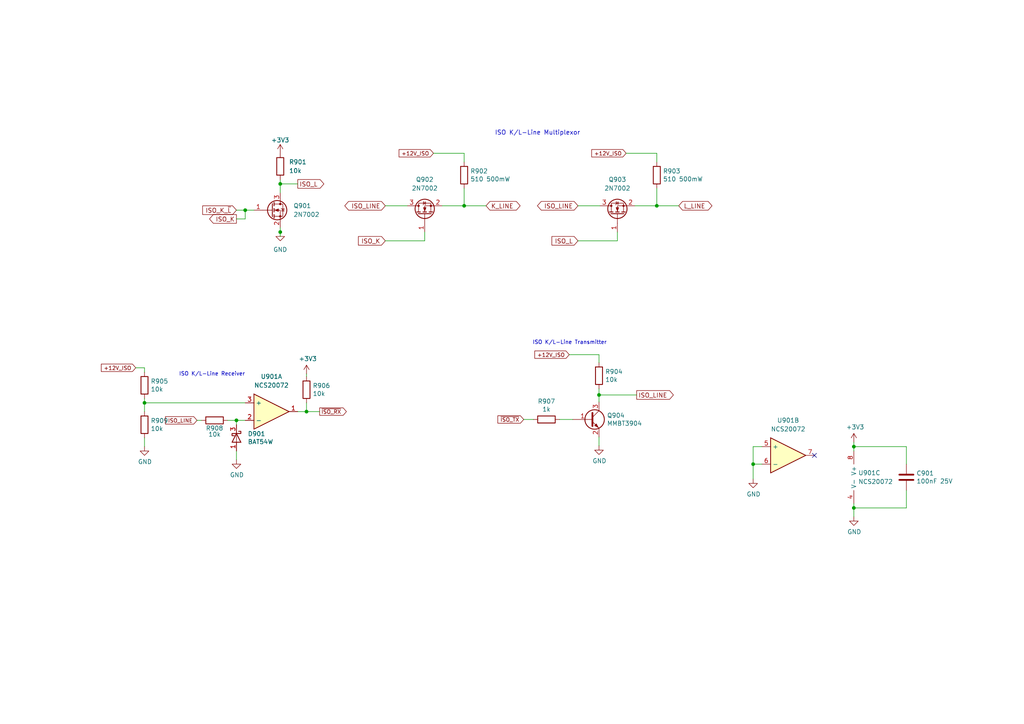
<source format=kicad_sch>
(kicad_sch (version 20211123) (generator eeschema)
  (paper "A4")
  (title_block (title "Vehicle CAN Collector") (date "2022-12-29") (rev "1") (company "Gavin Hurlbut"))
  (lib_symbols
    (symbol "Device:C" (pin_numbers hide) (pin_names (offset 0.254))
      (property "Reference" "C" (at 0.635 2.54 0))
      (property "Value" "C" (at 0.635 -2.54 0))
      (symbol "C_0_1"
        (polyline (pts (xy -2.032 -0.762) (xy 2.032 -0.762)) (stroke (width 0.508)))
        (polyline (pts (xy -2.032 0.762) (xy 2.032 0.762)) (stroke (width 0.508)))
      )
      (symbol "C_1_1"
        (pin passive line (at 0 3.81 270) (length 2.794) (name "~") (number "1"))
        (pin passive line (at 0 -3.81 90) (length 2.794) (name "~") (number "2"))
      )
    )
    (symbol "Device:Opamp_Dual"
      (property "Reference" "U" (at 0 5.08 0))
      (property "Value" "Opamp_Dual" (at 0 -5.08 0))
      (symbol "Opamp_Dual_1_1"
        (polyline (pts (xy -5.08 5.08) (xy 5.08 0) (xy -5.08 -5.08) (xy -5.08 5.08)) (stroke (width 0.254)) (fill (type background)))
        (pin output line (at 7.62 0 180) (length 2.54) (name "~") (number "1"))
        (pin input line (at -7.62 -2.54 0) (length 2.54) (name "-") (number "2"))
        (pin input line (at -7.62 2.54 0) (length 2.54) (name "+") (number "3"))
      )
      (symbol "Opamp_Dual_2_1"
        (polyline (pts (xy -5.08 5.08) (xy 5.08 0) (xy -5.08 -5.08) (xy -5.08 5.08)) (stroke (width 0.254)) (fill (type background)))
        (pin input line (at -7.62 2.54 0) (length 2.54) (name "+") (number "5"))
        (pin input line (at -7.62 -2.54 0) (length 2.54) (name "-") (number "6"))
        (pin output line (at 7.62 0 180) (length 2.54) (name "~") (number "7"))
      )
      (symbol "Opamp_Dual_3_1"
        (pin power_in line (at -2.54 -7.62 90) (length 3.81) (name "V-") (number "4"))
        (pin power_in line (at -2.54 7.62 270) (length 3.81) (name "V+") (number "8"))
      )
    )
    (symbol "Device:R" (pin_numbers hide) (pin_names (offset 0))
      (property "Reference" "R" (at 2.032 0 90))
      (property "Value" "R" (at 0 0 90))
      (symbol "R_0_1"
        (rectangle (start -1.016 -2.54) (end 1.016 2.54) (stroke (width 0.254)))
      )
      (symbol "R_1_1"
        (pin passive line (at 0 3.81 270) (length 1.27) (name "~") (number "1"))
        (pin passive line (at 0 -3.81 90) (length 1.27) (name "~") (number "2"))
      )
    )
    (symbol "Diode:BAT54W" (pin_names (offset 1.016) hide)
      (property "Reference" "D" (at 0 2.54 0))
      (property "Value" "BAT54W" (at 0 -2.54 0))
      (symbol "BAT54W_0_1"
        (polyline (pts (xy 1.27 0) (xy -1.27 0)))
        (polyline (pts (xy 1.27 1.27) (xy 1.27 -1.27) (xy -1.27 0) (xy 1.27 1.27)) (stroke (width 0.254)))
        (polyline (pts (xy -1.905 0.635) (xy -1.905 1.27) (xy -1.27 1.27) (xy -1.27 -1.27) (xy -0.635 -1.27) (xy -0.635 -0.635)) (stroke (width 0.254)))
      )
      (symbol "BAT54W_1_1"
        (pin passive line (at 3.81 0 180) (length 2.54) (name "A") (number "1"))
        (pin no_connect line (at 0 0 90) (length 2.54) hide (name "NC") (number "2"))
        (pin passive line (at -3.81 0 0) (length 2.54) (name "K") (number "3"))
      )
    )
    (symbol "Transistor_BJT:MMBT3904" (pin_names (offset 0) hide)
      (property "Reference" "Q" (at 5.08 1.905 0))
      (property "Value" "MMBT3904" (at 5.08 0 0))
      (symbol "MMBT3904_0_1"
        (polyline (pts (xy 0.635 0.635) (xy 2.54 2.54)))
        (polyline (pts (xy 0.635 -0.635) (xy 2.54 -2.54) (xy 2.54 -2.54)))
        (polyline (pts (xy 0.635 1.905) (xy 0.635 -1.905) (xy 0.635 -1.905)) (stroke (width 0.508)))
        (polyline (pts (xy 1.27 -1.778) (xy 1.778 -1.27) (xy 2.286 -2.286) (xy 1.27 -1.778) (xy 1.27 -1.778)) (fill (type outline)))
        (circle (center 1.27 0) (radius 2.8194) (stroke (width 0.254)))
      )
      (symbol "MMBT3904_1_1"
        (pin input line (at -5.08 0 0) (length 5.715) (name "B") (number "1"))
        (pin passive line (at 2.54 -5.08 90) (length 2.54) (name "E") (number "2"))
        (pin passive line (at 2.54 5.08 270) (length 2.54) (name "C") (number "3"))
      )
    )
    (symbol "Transistor_FET:2N7002" (pin_names hide)
      (property "Reference" "Q" (at 5.08 1.905 0))
      (property "Value" "2N7002" (at 5.08 0 0))
      (symbol "2N7002_0_1"
        (polyline (pts (xy 0.254 0) (xy -2.54 0)))
        (polyline (pts (xy 0.254 1.905) (xy 0.254 -1.905)) (stroke (width 0.254)))
        (polyline (pts (xy 0.762 -1.27) (xy 0.762 -2.286)) (stroke (width 0.254)))
        (polyline (pts (xy 0.762 0.508) (xy 0.762 -0.508)) (stroke (width 0.254)))
        (polyline (pts (xy 0.762 2.286) (xy 0.762 1.27)) (stroke (width 0.254)))
        (polyline (pts (xy 2.54 2.54) (xy 2.54 1.778)))
        (polyline (pts (xy 2.54 -2.54) (xy 2.54 0) (xy 0.762 0)))
        (polyline (pts (xy 0.762 -1.778) (xy 3.302 -1.778) (xy 3.302 1.778) (xy 0.762 1.778)))
        (polyline (pts (xy 1.016 0) (xy 2.032 0.381) (xy 2.032 -0.381) (xy 1.016 0)) (fill (type outline)))
        (polyline (pts (xy 2.794 0.508) (xy 2.921 0.381) (xy 3.683 0.381) (xy 3.81 0.254)))
        (polyline (pts (xy 3.302 0.381) (xy 2.921 -0.254) (xy 3.683 -0.254) (xy 3.302 0.381)))
        (circle (center 1.651 0) (radius 2.794) (stroke (width 0.254)))
        (circle (center 2.54 -1.778) (radius 0.254) (fill (type outline)))
        (circle (center 2.54 1.778) (radius 0.254) (fill (type outline)))
      )
      (symbol "2N7002_1_1"
        (pin input line (at -5.08 0 0) (length 2.54) (name "G") (number "1"))
        (pin passive line (at 2.54 -5.08 90) (length 2.54) (name "S") (number "2"))
        (pin passive line (at 2.54 5.08 270) (length 2.54) (name "D") (number "3"))
      )
    )
    (symbol "power:+3V3" (power) (pin_names (offset 0))
      (property "Value" "+3V3" (at 0 3.556 0))
      (symbol "+3V3_0_1"
        (polyline (pts (xy -0.762 1.27) (xy 0 2.54)))
        (polyline (pts (xy 0 0) (xy 0 2.54)))
        (polyline (pts (xy 0 2.54) (xy 0.762 1.27)))
      )
      (symbol "+3V3_1_1"
        (pin power_in line (at 0 0 90) (length 0) hide (name "+3V3") (number "1"))
      )
    )
    (symbol "power:GND" (power) (pin_names (offset 0))
      (property "Value" "GND" (at 0 -3.81 0))
      (symbol "GND_0_1"
        (polyline (pts (xy 0 0) (xy 0 -1.27) (xy 1.27 -1.27) (xy 0 -2.54) (xy -1.27 -1.27) (xy 0 -1.27)))
      )
      (symbol "GND_1_1"
        (pin power_in line (at 0 0 270) (length 0) hide (name "GND") (number "1"))
      )
    )
  )
  (junction (at 247.65 147.32))
  (junction (at 68.58 121.92))
  (junction (at 134.62 59.69))
  (junction (at 41.91 116.84))
  (junction (at 218.44 134.62))
  (junction (at 247.65 129.54))
  (junction (at 88.9 119.38))
  (junction (at 71.12 60.96))
  (junction (at 81.28 53.34))
  (junction (at 81.28 67.31))
  (junction (at 190.5 59.69))
  (junction (at 173.736 114.554))
  (no_connect (at 236.22 132.08))
  (wire (pts (xy 68.58 130.81) (xy 68.58 133.35)))
  (wire (pts (xy 162.306 121.666) (xy 166.116 121.666)))
  (wire (pts (xy 86.36 119.38) (xy 88.9 119.38)))
  (wire (pts (xy 125.73 44.45) (xy 134.62 44.45)))
  (wire (pts (xy 247.65 129.54) (xy 247.65 130.81)))
  (wire (pts (xy 81.28 53.34) (xy 86.36 53.34)))
  (wire (pts (xy 81.28 52.07) (xy 81.28 53.34)))
  (wire (pts (xy 247.65 147.32) (xy 247.65 149.86)))
  (wire (pts (xy 247.65 146.05) (xy 247.65 147.32)))
  (wire (pts (xy 173.736 129.286) (xy 173.736 126.746)))
  (wire (pts (xy 262.89 147.32) (xy 247.65 147.32)))
  (wire (pts (xy 184.658 114.554) (xy 173.736 114.554)))
  (wire (pts (xy 88.9 109.22) (xy 88.9 108.458)))
  (wire (pts (xy 41.91 116.84) (xy 41.91 119.38)))
  (wire (pts (xy 81.28 53.34) (xy 81.28 55.88)))
  (wire (pts (xy 68.58 121.92) (xy 71.12 121.92)))
  (wire (pts (xy 247.65 128.27) (xy 247.65 129.54)))
  (wire (pts (xy 111.76 59.69) (xy 118.11 59.69)))
  (wire (pts (xy 81.28 67.31) (xy 81.28 68.58)))
  (wire (pts (xy 134.62 44.45) (xy 134.62 46.99)))
  (wire (pts (xy 165.1 102.87) (xy 173.736 102.87)))
  (wire (pts (xy 134.62 54.61) (xy 134.62 59.69)))
  (wire (pts (xy 41.91 116.84) (xy 71.12 116.84)))
  (wire (pts (xy 41.91 107.95) (xy 41.91 106.68)))
  (wire (pts (xy 71.12 60.96) (xy 73.66 60.96)))
  (wire (pts (xy 68.58 63.5) (xy 71.12 63.5)))
  (wire (pts (xy 190.5 44.45) (xy 190.5 46.99)))
  (wire (pts (xy 71.12 63.5) (xy 71.12 60.96)))
  (wire (pts (xy 128.27 59.69) (xy 134.62 59.69)))
  (wire (pts (xy 247.65 129.54) (xy 262.89 129.54)))
  (wire (pts (xy 88.9 116.84) (xy 88.9 119.38)))
  (wire (pts (xy 218.44 134.62) (xy 220.98 134.62)))
  (wire (pts (xy 184.15 59.69) (xy 190.5 59.69)))
  (wire (pts (xy 88.9 119.38) (xy 92.71 119.38)))
  (wire (pts (xy 190.5 54.61) (xy 190.5 59.69)))
  (wire (pts (xy 68.58 60.96) (xy 71.12 60.96)))
  (wire (pts (xy 190.5 59.69) (xy 196.85 59.69)))
  (wire (pts (xy 218.44 129.54) (xy 220.98 129.54)))
  (wire (pts (xy 41.91 115.57) (xy 41.91 116.84)))
  (wire (pts (xy 179.07 69.85) (xy 179.07 67.31)))
  (wire (pts (xy 167.64 69.85) (xy 179.07 69.85)))
  (wire (pts (xy 41.91 106.68) (xy 39.37 106.68)))
  (wire (pts (xy 41.91 127) (xy 41.91 129.54)))
  (wire (pts (xy 262.89 142.24) (xy 262.89 147.32)))
  (wire (pts (xy 173.736 102.87) (xy 173.736 105.156)))
  (wire (pts (xy 134.62 59.69) (xy 140.97 59.69)))
  (wire (pts (xy 68.58 121.92) (xy 68.58 123.19)))
  (wire (pts (xy 66.04 121.92) (xy 68.58 121.92)))
  (wire (pts (xy 167.64 59.69) (xy 173.99 59.69)))
  (wire (pts (xy 111.76 69.85) (xy 123.19 69.85)))
  (wire (pts (xy 173.736 112.776) (xy 173.736 114.554)))
  (wire (pts (xy 173.736 114.554) (xy 173.736 116.586)))
  (wire (pts (xy 151.892 121.666) (xy 154.686 121.666)))
  (wire (pts (xy 181.61 44.45) (xy 190.5 44.45)))
  (wire (pts (xy 57.15 121.92) (xy 58.42 121.92)))
  (wire (pts (xy 262.89 134.62) (xy 262.89 129.54)))
  (wire (pts (xy 218.44 134.62) (xy 218.44 129.54)))
  (wire (pts (xy 218.44 138.938) (xy 218.44 134.62)))
  (wire (pts (xy 123.19 69.85) (xy 123.19 67.31)))
  (wire (pts (xy 81.28 66.04) (xy 81.28 67.31)))
  (text "ISO K/L-Line Transmitter" (at 176.022 100.076 180) (effects (font (size 1.0922 1.0922)) (justify right bottom)))
  (text "ISO K/L-Line Receiver" (at 71.12 109.22 180) (effects (font (size 1.0922 1.0922)) (justify right bottom)))
  (text "ISO K/L-Line Multiplexor" (at 143.51 39.37 0) (effects (font (size 1.27 1.27)) (justify left bottom)))
  (global_label "ISO_LINE" (shape bidirectional) (at 167.64 59.69 180) (property "Intersheet References" "${INTERSHEET_REFS}" (effects hide)))
  (global_label "+12V_ISO" (shape input) (at 125.73 44.45 180) (effects (font (size 1.0922 1.0922))) (property "Intersheet References" "${INTERSHEET_REFS}" (effects hide)))
  (global_label "ISO_LINE" (shape output) (at 184.658 114.554 0) (property "Intersheet References" "${INTERSHEET_REFS}" (effects hide)))
  (global_label "K_LINE" (shape bidirectional) (at 140.97 59.69 0) (property "Intersheet References" "${INTERSHEET_REFS}" (effects hide)))
  (global_label "+12V_ISO" (shape input) (at 39.37 106.68 180) (effects (font (size 1.0922 1.0922))) (property "Intersheet References" "${INTERSHEET_REFS}" (effects hide)))
  (global_label "+12V_ISO" (shape input) (at 165.1 102.87 180) (effects (font (size 1.0922 1.0922))) (property "Intersheet References" "${INTERSHEET_REFS}" (effects hide)))
  (global_label "ISO_LINE" (shape input) (at 57.15 121.92 180) (effects (font (size 1.0922 1.0922))) (property "Intersheet References" "${INTERSHEET_REFS}" (effects hide)))
  (global_label "ISO_K_~{L}" (shape input) (at 68.58 60.96 180) (property "Intersheet References" "${INTERSHEET_REFS}" (effects hide)))
  (global_label "L_LINE" (shape bidirectional) (at 196.85 59.69 0) (property "Intersheet References" "${INTERSHEET_REFS}" (effects hide)))
  (global_label "+12V_ISO" (shape input) (at 181.61 44.45 180) (effects (font (size 1.0922 1.0922))) (property "Intersheet References" "${INTERSHEET_REFS}" (effects hide)))
  (global_label "ISO_LINE" (shape bidirectional) (at 111.76 59.69 180) (property "Intersheet References" "${INTERSHEET_REFS}" (effects hide)))
  (global_label "ISO_K" (shape output) (at 68.58 63.5 180) (property "Intersheet References" "${INTERSHEET_REFS}" (effects hide)))
  (global_label "~{ISO_RX}" (shape output) (at 92.71 119.38 0) (effects (font (size 1.0922 1.0922))) (property "Intersheet References" "${INTERSHEET_REFS}" (effects hide)))
  (global_label "ISO_L" (shape output) (at 86.36 53.34 0) (property "Intersheet References" "${INTERSHEET_REFS}" (effects hide)))
  (global_label "~{ISO_TX}" (shape input) (at 151.892 121.666 180) (effects (font (size 1.0922 1.0922))) (property "Intersheet References" "${INTERSHEET_REFS}" (effects hide)))
  (global_label "ISO_K" (shape input) (at 111.76 69.85 180) (property "Intersheet References" "${INTERSHEET_REFS}" (effects hide)))
  (global_label "ISO_L" (shape input) (at 167.64 69.85 180) (property "Intersheet References" "${INTERSHEET_REFS}" (effects hide)))
  (symbol (lib_id "power:GND") (at 41.91 129.54 0) (unit 1)
    (property "Reference" "#PWR0906" (effects hide))
    (property "Value" "GND" (at 42.037 133.9342 0))
  )
  (symbol (lib_id "Device:R") (at 62.23 121.92 270) (unit 1)
    (property "Reference" "R908" (at 62.23 124.206 90))
    (property "Value" "10k" (at 62.23 125.984 90))
    (property "Footprint" "Resistor_SMD:R_0805_2012Metric_Pad1.20x1.40mm_HandSolder" (effects hide))
  )
  (symbol (lib_id "Device:R") (at 158.496 121.666 270) (unit 1)
    (property "Reference" "R907" (at 158.496 116.4082 90))
    (property "Value" "1k" (at 158.496 118.7196 90))
    (property "Footprint" "Resistor_SMD:R_0805_2012Metric_Pad1.20x1.40mm_HandSolder" (effects hide))
  )
  (symbol (lib_id "power:+3V3") (at 81.28 44.45 0) (unit 1)
    (property "Reference" "#PWR0901" (effects hide))
    (property "Value" "+3V3" (at 81.28 40.64 0))
  )
  (symbol (lib_id "Device:R") (at 190.5 50.8 0) (unit 1)
    (property "Reference" "R903" (at 192.278 49.6316 0) (effects (justify left)))
    (property "Value" "510 500mW" (at 192.278 51.943 0) (effects (justify left)))
    (property "Footprint" "Resistor_SMD:R_1210_3225Metric_Pad1.30x2.65mm_HandSolder" (effects hide))
  )
  (symbol (lib_id "Transistor_FET:2N7002") (at 123.19 62.23 90) (unit 1)
    (property "Reference" "Q902" (at 123.19 52.07 90))
    (property "Value" "2N7002" (at 123.19 54.61 90))
    (property "Footprint" "Package_TO_SOT_SMD:SOT-23" (effects hide))
    (property "Datasheet" "https://www.onsemi.com/pub/Collateral/NDS7002A-D.PDF" (effects hide))
  )
  (symbol (lib_id "Device:R") (at 41.91 123.19 0) (unit 1)
    (property "Reference" "R909" (at 43.688 122.0216 0) (effects (justify left)))
    (property "Value" "10k" (at 43.688 124.333 0) (effects (justify left)))
    (property "Footprint" "Resistor_SMD:R_0805_2012Metric_Pad1.20x1.40mm_HandSolder" (effects hide))
  )
  (symbol (lib_id "Device:R") (at 173.736 108.966 0) (unit 1)
    (property "Reference" "R904" (at 175.514 107.7976 0) (effects (justify left)))
    (property "Value" "10k" (at 175.514 110.109 0) (effects (justify left)))
    (property "Footprint" "Resistor_SMD:R_0805_2012Metric_Pad1.20x1.40mm_HandSolder" (effects hide))
  )
  (symbol (lib_id "Device:Opamp_Dual") (at 78.74 119.38 0) (unit 1)
    (property "Reference" "U901" (at 78.74 109.22 0))
    (property "Value" "NCS20072" (at 78.74 111.76 0))
    (property "Footprint" "Package_SO:TSSOP-8_4.4x3mm_P0.65mm" (effects hide))
  )
  (symbol (lib_id "Device:R") (at 134.62 50.8 0) (unit 1)
    (property "Reference" "R902" (at 136.398 49.6316 0) (effects (justify left)))
    (property "Value" "510 500mW" (at 136.398 51.943 0) (effects (justify left)))
    (property "Footprint" "Resistor_SMD:R_1210_3225Metric_Pad1.30x2.65mm_HandSolder" (effects hide))
  )
  (symbol (lib_id "power:GND") (at 247.65 149.86 0) (unit 1)
    (property "Reference" "#PWR0909" (effects hide))
    (property "Value" "GND" (at 247.777 154.2542 0))
  )
  (symbol (lib_id "power:GND") (at 68.58 133.35 0) (unit 1)
    (property "Reference" "#PWR0907" (effects hide))
    (property "Value" "GND" (at 68.707 137.7442 0))
  )
  (symbol (lib_id "power:+3V3") (at 88.9 108.458 0) (unit 1)
    (property "Reference" "#PWR0903" (effects hide))
    (property "Value" "+3V3" (at 89.281 104.0638 0))
  )
  (symbol (lib_id "power:+3V3") (at 247.65 128.27 0) (unit 1)
    (property "Reference" "#PWR0904" (effects hide))
    (property "Value" "+3V3" (at 248.031 123.8758 0))
  )
  (symbol (lib_id "power:GND") (at 218.44 138.938 0) (unit 1)
    (property "Reference" "#PWR0908" (effects hide))
    (property "Value" "GND" (at 218.567 143.3322 0))
  )
  (symbol (lib_id "Transistor_FET:2N7002") (at 179.07 62.23 90) (unit 1)
    (property "Reference" "Q903" (at 179.07 52.07 90))
    (property "Value" "2N7002" (at 179.07 54.61 90))
    (property "Footprint" "Package_TO_SOT_SMD:SOT-23" (effects hide))
    (property "Datasheet" "https://www.onsemi.com/pub/Collateral/NDS7002A-D.PDF" (effects hide))
  )
  (symbol (lib_id "power:GND") (at 81.28 67.31 0) (unit 1)
    (property "Reference" "#PWR0902" (effects hide))
    (property "Value" "GND" (at 81.28 72.39 0))
  )
  (symbol (lib_id "Device:C") (at 262.89 138.43 180) (unit 1)
    (property "Reference" "C901" (at 265.7856 137.2616 0) (effects (justify right)))
    (property "Value" "100nF 25V" (at 265.7856 139.573 0) (effects (justify right)))
    (property "Footprint" "Capacitor_SMD:C_0805_2012Metric_Pad1.18x1.45mm_HandSolder" (effects hide))
  )
  (symbol (lib_id "Device:Opamp_Dual") (at 228.6 132.08 0) (unit 2)
    (property "Reference" "U901" (at 228.6 121.92 0))
    (property "Value" "NCS20072" (at 228.6 124.46 0))
    (property "Footprint" "Package_SO:TSSOP-8_4.4x3mm_P0.65mm" (effects hide))
  )
  (symbol (lib_id "Diode:BAT54W") (at 68.58 127 270) (unit 1)
    (property "Reference" "D901" (at 71.8566 125.8316 90) (effects (justify left)))
    (property "Value" "BAT54W" (at 71.8566 128.143 90) (effects (justify left)))
    (property "Footprint" "Package_TO_SOT_SMD:SOT-323_SC-70" (effects hide))
    (property "Datasheet" "https://assets.nexperia.com/documents/data-sheet/BAT54W_SER.pdf" (effects hide))
  )
  (symbol (lib_id "Transistor_BJT:MMBT3904") (at 171.196 121.666 0) (unit 1)
    (property "Reference" "Q904" (at 176.0474 120.4976 0) (effects (justify left)))
    (property "Value" "MMBT3904" (at 176.0474 122.809 0) (effects (justify left)))
    (property "Footprint" "Package_TO_SOT_SMD:SOT-23" (effects hide))
    (property "Datasheet" "https://www.onsemi.com/pub/Collateral/2N3903-D.PDF" (effects hide))
  )
  (symbol (lib_id "power:GND") (at 173.736 129.286 0) (unit 1)
    (property "Reference" "#PWR0905" (effects hide))
    (property "Value" "GND" (at 173.863 133.6802 0))
  )
  (symbol (lib_id "Device:R") (at 41.91 111.76 0) (unit 1)
    (property "Reference" "R905" (at 43.688 110.5916 0) (effects (justify left)))
    (property "Value" "10k" (at 43.688 112.903 0) (effects (justify left)))
    (property "Footprint" "Resistor_SMD:R_0805_2012Metric_Pad1.20x1.40mm_HandSolder" (effects hide))
  )
  (symbol (lib_id "Transistor_FET:2N7002") (at 78.74 60.96 0) (unit 1)
    (property "Reference" "Q901" (at 85.09 59.6899 0) (effects (justify left)))
    (property "Value" "2N7002" (at 85.09 62.2299 0) (effects (justify left)))
    (property "Footprint" "Package_TO_SOT_SMD:SOT-23" (effects hide))
    (property "Datasheet" "https://www.onsemi.com/pub/Collateral/NDS7002A-D.PDF" (effects hide))
  )
  (symbol (lib_id "Device:R") (at 88.9 113.03 0) (unit 1)
    (property "Reference" "R906" (at 90.678 111.8616 0) (effects (justify left)))
    (property "Value" "10k" (at 90.678 114.173 0) (effects (justify left)))
    (property "Footprint" "Resistor_SMD:R_0805_2012Metric_Pad1.20x1.40mm_HandSolder" (effects hide))
  )
  (symbol (lib_id "Device:Opamp_Dual") (at 250.19 138.43 0) (unit 3)
    (property "Reference" "U901" (at 248.92 137.1599 0) (effects (justify left)))
    (property "Value" "NCS20072" (at 248.92 139.6999 0) (effects (justify left)))
    (property "Footprint" "Package_SO:TSSOP-8_4.4x3mm_P0.65mm" (effects hide))
  )
  (symbol (lib_id "Device:R") (at 81.28 48.26 0) (unit 1)
    (property "Reference" "R901" (at 83.82 46.9899 0) (effects (justify left)))
    (property "Value" "10k" (at 83.82 49.5299 0) (effects (justify left)))
    (property "Footprint" "Resistor_SMD:R_0805_2012Metric_Pad1.20x1.40mm_HandSolder" (effects hide))
  )
)
</source>
